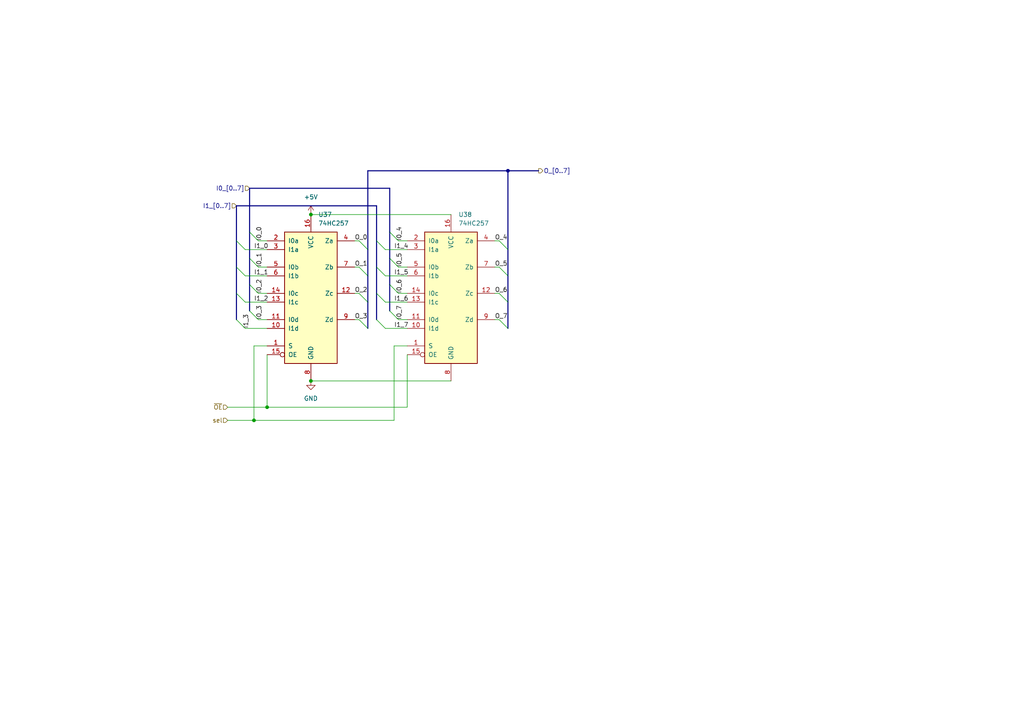
<source format=kicad_sch>
(kicad_sch (version 20250114) (generator "eeschema") (generator_version "9.0")
  (paper "A4")
  (lib_symbols
    (symbol "74xx:74LS257" (pin_names (offset 1.016))
      (property "Reference" "U" (at -7.62 19.05 0))
      (property "Value" "74LS257" (at -7.62 -21.59 0))
      (symbol "74LS257_1_0"
        (pin input line (at -12.7 15.24 0) (length 5.08) (name "I0a") (number "2"))
        (pin input line (at -12.7 12.7 0) (length 5.08) (name "I1a") (number "3"))
        (pin input line (at -12.7 7.62 0) (length 5.08) (name "I0b") (number "5"))
        (pin input line (at -12.7 5.08 0) (length 5.08) (name "I1b") (number "6"))
        (pin input line (at -12.7 0 0) (length 5.08) (name "I0c") (number "14"))
        (pin input line (at -12.7 -2.54 0) (length 5.08) (name "I1c") (number "13"))
        (pin input line (at -12.7 -7.62 0) (length 5.08) (name "I0d") (number "11"))
        (pin input line (at -12.7 -10.16 0) (length 5.08) (name "I1d") (number "10"))
        (pin input line (at -12.7 -15.24 0) (length 5.08) (name "S") (number "1"))
        (pin input inverted (at -12.7 -17.78 0) (length 5.08) (name "OE") (number "15"))
        (pin power_in line (at 0 22.86 270) (length 5.08) (name "VCC") (number "16"))
        (pin power_in line (at 0 -25.4 90) (length 5.08) (name "GND") (number "8"))
        (pin tri_state line (at 12.7 15.24 180) (length 5.08) (name "Za") (number "4"))
        (pin tri_state line (at 12.7 7.62 180) (length 5.08) (name "Zb") (number "7"))
        (pin tri_state line (at 12.7 0 180) (length 5.08) (name "Zc") (number "12"))
        (pin tri_state line (at 12.7 -7.62 180) (length 5.08) (name "Zd") (number "9"))
      )
      (symbol "74LS257_1_1"
        (rectangle (start -7.62 17.78) (end 7.62 -20.32) (stroke (width 0.254)) (fill (type background)))
      )
    )
    (symbol "power:+5V" (power) (pin_numbers (hide yes)) (pin_names (offset 0) (hide yes))
      (property "Value" "+5V" (at 0 3.556 0))
      (symbol "+5V_0_1"
        (polyline (pts (xy -0.762 1.27) (xy 0 2.54)))
        (polyline (pts (xy 0 2.54) (xy 0.762 1.27)))
        (polyline (pts (xy 0 0) (xy 0 2.54)))
      )
      (symbol "+5V_1_1"
        (pin power_in line (at 0 0 90) (length 0) (name "~") (number "1"))
      )
    )
    (symbol "power:GND" (power) (pin_numbers (hide yes)) (pin_names (offset 0) (hide yes))
      (property "Value" "GND" (at 0 -3.81 0))
      (symbol "GND_0_1"
        (polyline (pts (xy 0 0) (xy 0 -1.27) (xy 1.27 -1.27) (xy 0 -2.54) (xy -1.27 -1.27) (xy 0 -1.27)))
      )
      (symbol "GND_1_1"
        (pin power_in line (at 0 0 270) (length 0) (name "~") (number "1"))
      )
    )
  )
  (junction (at 147.32 49.53))
  (junction (at 90.17 62.23))
  (junction (at 77.47 118.11))
  (junction (at 73.66 121.92))
  (junction (at 90.17 110.49))
  (bus_entry (at 104.14 69.85) (size 2.54 2.54))
  (bus_entry (at 109.22 69.85) (size 2.54 2.54))
  (bus_entry (at 113.03 74.93) (size 2.54 2.54))
  (bus_entry (at 109.22 77.47) (size 2.54 2.54))
  (bus_entry (at 144.78 92.71) (size 2.54 2.54))
  (bus_entry (at 104.14 85.09) (size 2.54 2.54))
  (bus_entry (at 104.14 77.47) (size 2.54 2.54))
  (bus_entry (at 68.58 85.09) (size 2.54 2.54))
  (bus_entry (at 72.39 67.31) (size 2.54 2.54))
  (bus_entry (at 113.03 67.31) (size 2.54 2.54))
  (bus_entry (at 144.78 85.09) (size 2.54 2.54))
  (bus_entry (at 72.39 82.55) (size 2.54 2.54))
  (bus_entry (at 68.58 92.71) (size 2.54 2.54))
  (bus_entry (at 104.14 92.71) (size 2.54 2.54))
  (bus_entry (at 68.58 77.47) (size 2.54 2.54))
  (bus_entry (at 72.39 90.17) (size 2.54 2.54))
  (bus_entry (at 113.03 82.55) (size 2.54 2.54))
  (bus_entry (at 109.22 92.71) (size 2.54 2.54))
  (bus_entry (at 68.58 69.85) (size 2.54 2.54))
  (bus_entry (at 144.78 77.47) (size 2.54 2.54))
  (bus_entry (at 109.22 85.09) (size 2.54 2.54))
  (bus_entry (at 72.39 74.93) (size 2.54 2.54))
  (bus_entry (at 144.78 69.85) (size 2.54 2.54))
  (bus_entry (at 113.03 90.17) (size 2.54 2.54))
  (wire (pts (xy 74.93 92.71) (xy 77.47 92.71)))
  (wire (pts (xy 74.93 77.47) (xy 77.47 77.47)))
  (wire (pts (xy 104.14 77.47) (xy 102.87 77.47)))
  (wire (pts (xy 77.47 100.33) (xy 73.66 100.33)))
  (bus (pts (xy 109.22 85.09) (xy 109.22 92.71)))
  (bus (pts (xy 68.58 85.09) (xy 68.58 92.71)))
  (bus (pts (xy 106.68 72.39) (xy 106.68 80.01)))
  (bus (pts (xy 147.32 87.63) (xy 147.32 95.25)))
  (bus (pts (xy 113.03 67.31) (xy 113.03 74.93)))
  (bus (pts (xy 109.22 77.47) (xy 109.22 85.09)))
  (wire (pts (xy 73.66 121.92) (xy 114.3 121.92)))
  (bus (pts (xy 68.58 69.85) (xy 68.58 77.47)))
  (bus (pts (xy 113.03 82.55) (xy 113.03 90.17)))
  (bus (pts (xy 113.03 54.61) (xy 113.03 67.31)))
  (bus (pts (xy 106.68 80.01) (xy 106.68 87.63)))
  (bus (pts (xy 72.39 54.61) (xy 72.39 67.31)))
  (bus (pts (xy 109.22 69.85) (xy 109.22 77.47)))
  (bus (pts (xy 106.68 49.53) (xy 106.68 72.39)))
  (bus (pts (xy 68.58 77.47) (xy 68.58 85.09)))
  (bus (pts (xy 147.32 80.01) (xy 147.32 87.63)))
  (wire (pts (xy 115.57 69.85) (xy 118.11 69.85)))
  (wire (pts (xy 111.76 87.63) (xy 118.11 87.63)))
  (wire (pts (xy 143.51 77.47) (xy 144.78 77.47)))
  (wire (pts (xy 114.3 100.33) (xy 118.11 100.33)))
  (wire (pts (xy 104.14 92.71) (xy 102.87 92.71)))
  (wire (pts (xy 66.04 121.92) (xy 73.66 121.92)))
  (wire (pts (xy 143.51 85.09) (xy 144.78 85.09)))
  (wire (pts (xy 104.14 85.09) (xy 102.87 85.09)))
  (bus (pts (xy 113.03 74.93) (xy 113.03 82.55)))
  (wire (pts (xy 111.76 72.39) (xy 118.11 72.39)))
  (wire (pts (xy 90.17 110.49) (xy 130.81 110.49)))
  (wire (pts (xy 77.47 118.11) (xy 118.11 118.11)))
  (wire (pts (xy 115.57 85.09) (xy 118.11 85.09)))
  (wire (pts (xy 90.17 62.23) (xy 130.81 62.23)))
  (wire (pts (xy 66.04 118.11) (xy 77.47 118.11)))
  (bus (pts (xy 72.39 54.61) (xy 113.03 54.61)))
  (wire (pts (xy 77.47 102.87) (xy 77.47 118.11)))
  (wire (pts (xy 118.11 118.11) (xy 118.11 102.87)))
  (bus (pts (xy 72.39 74.93) (xy 72.39 82.55)))
  (wire (pts (xy 111.76 95.25) (xy 118.11 95.25)))
  (wire (pts (xy 74.93 69.85) (xy 77.47 69.85)))
  (bus (pts (xy 72.39 67.31) (xy 72.39 74.93)))
  (wire (pts (xy 114.3 121.92) (xy 114.3 100.33)))
  (wire (pts (xy 115.57 77.47) (xy 118.11 77.47)))
  (wire (pts (xy 71.12 80.01) (xy 77.47 80.01)))
  (bus (pts (xy 106.68 87.63) (xy 106.68 95.25)))
  (wire (pts (xy 104.14 69.85) (xy 102.87 69.85)))
  (bus (pts (xy 147.32 72.39) (xy 147.32 80.01)))
  (bus (pts (xy 68.58 59.69) (xy 68.58 69.85)))
  (bus (pts (xy 147.32 49.53) (xy 147.32 72.39)))
  (wire (pts (xy 73.66 100.33) (xy 73.66 121.92)))
  (bus (pts (xy 72.39 82.55) (xy 72.39 90.17)))
  (bus (pts (xy 68.58 59.69) (xy 109.22 59.69)))
  (bus (pts (xy 106.68 49.53) (xy 147.32 49.53)))
  (wire (pts (xy 71.12 95.25) (xy 77.47 95.25)))
  (wire (pts (xy 71.12 87.63) (xy 77.47 87.63)))
  (wire (pts (xy 143.51 69.85) (xy 144.78 69.85)))
  (wire (pts (xy 71.12 72.39) (xy 77.47 72.39)))
  (wire (pts (xy 143.51 92.71) (xy 144.78 92.71)))
  (wire (pts (xy 111.76 80.01) (xy 118.11 80.01)))
  (wire (pts (xy 74.93 85.09) (xy 77.47 85.09)))
  (bus (pts (xy 109.22 59.69) (xy 109.22 69.85)))
  (wire (pts (xy 115.57 92.71) (xy 118.11 92.71)))
  (bus (pts (xy 147.32 49.53) (xy 156.21 49.53)))
  (label "I1_0" (at 73.66 72.39 0))
  (label "I1_2" (at 73.66 87.63 0))
  (label "O_7" (at 143.51 92.71 0))
  (label "I0_6" (at 116.84 85.09 90))
  (label "O_6" (at 143.51 85.09 0))
  (label "I0_7" (at 116.84 92.71 90))
  (label "I0_3" (at 76.2 92.71 90))
  (label "I1_3" (at 72.39 95.25 90))
  (label "O_4" (at 143.51 69.85 0))
  (label "O_5" (at 143.51 77.47 0))
  (label "I1_6" (at 114.3 87.63 0))
  (label "I1_4" (at 114.3 72.39 0))
  (label "O_0" (at 102.87 69.85 0))
  (label "O_1" (at 102.87 77.47 0))
  (label "O_2" (at 102.87 85.09 0))
  (label "I1_1" (at 73.66 80.01 0))
  (label "I0_1" (at 76.2 77.47 90))
  (label "I0_2" (at 76.2 85.09 90))
  (label "I0_5" (at 116.84 77.47 90))
  (label "I1_7" (at 114.3 95.25 0))
  (label "I1_5" (at 114.3 80.01 0))
  (label "I0_0" (at 76.2 69.85 90))
  (label "I0_4" (at 116.84 69.85 90))
  (label "O_3" (at 102.87 92.71 0))
  (hierarchical_label "I0_[0..7]" (shape input) (at 72.39 54.61 180))
  (hierarchical_label "~{OE}" (shape input) (at 66.04 118.11 180))
  (hierarchical_label "I1_[0..7]" (shape input) (at 68.58 59.69 180))
  (hierarchical_label "sel" (shape input) (at 66.04 121.92 180))
  (hierarchical_label "O_[0..7]" (shape output) (at 156.21 49.53 0))
  (symbol (lib_id "74xx:74LS257") (at 130.81 85.09 0) (unit 1)
    (property "Reference" "U38" (at 132.9533 62.23 0) (effects (justify left)))
    (property "Value" "74HC257" (at 132.9533 64.77 0) (effects (justify left)))
    (property "Footprint" "Package_DIP:DIP-16_W7.62mm" (effects (hide yes)))
    (property "Datasheet" "http://www.ti.com/lit/gpn/sn74LS257" (effects (hide yes)))
    (property "Description" "Quad 2 to 1 Multiplexer" (effects (hide yes)))
    (instances (project "vga_video_card" (path "" (reference "U38") (unit 1)) (path "" (reference "U56") (unit 1))))
  )
  (symbol (lib_id "74xx:74LS257") (at 90.17 85.09 0) (unit 1)
    (property "Reference" "U37" (at 92.3133 62.23 0) (effects (justify left)))
    (property "Value" "74HC257" (at 92.3133 64.77 0) (effects (justify left)))
    (property "Footprint" "Package_DIP:DIP-16_W7.62mm" (effects (hide yes)))
    (property "Datasheet" "http://www.ti.com/lit/gpn/sn74LS257" (effects (hide yes)))
    (property "Description" "Quad 2 to 1 Multiplexer" (effects (hide yes)))
    (instances (project "vga_video_card" (path "" (reference "U37") (unit 1)) (path "" (reference "U55") (unit 1))))
  )
  (symbol (lib_id "power:GND") (at 90.17 110.49 0) (unit 1)
    (property "Reference" "#PWR0104" (effects (hide yes)))
    (property "Value" "GND" (at 90.17 115.57 0))
    (property "Description" "Power symbol creates a global label with name \"GND\" , ground" (effects (hide yes)))
    (instances (project "vga_video_card" (path "" (reference "#PWR0104") (unit 1)) (path "" (reference "#PWR0117") (unit 1))))
  )
  (symbol (lib_id "power:+5V") (at 90.17 62.23 0) (unit 1)
    (property "Reference" "#PWR0103" (effects (hide yes)))
    (property "Value" "+5V" (at 90.17 57.15 0))
    (property "Description" "Power symbol creates a global label with name \"+5V\"" (effects (hide yes)))
    (instances (project "vga_video_card" (path "" (reference "#PWR0103") (unit 1)) (path "" (reference "#PWR0116") (unit 1))))
  )
)
</source>
